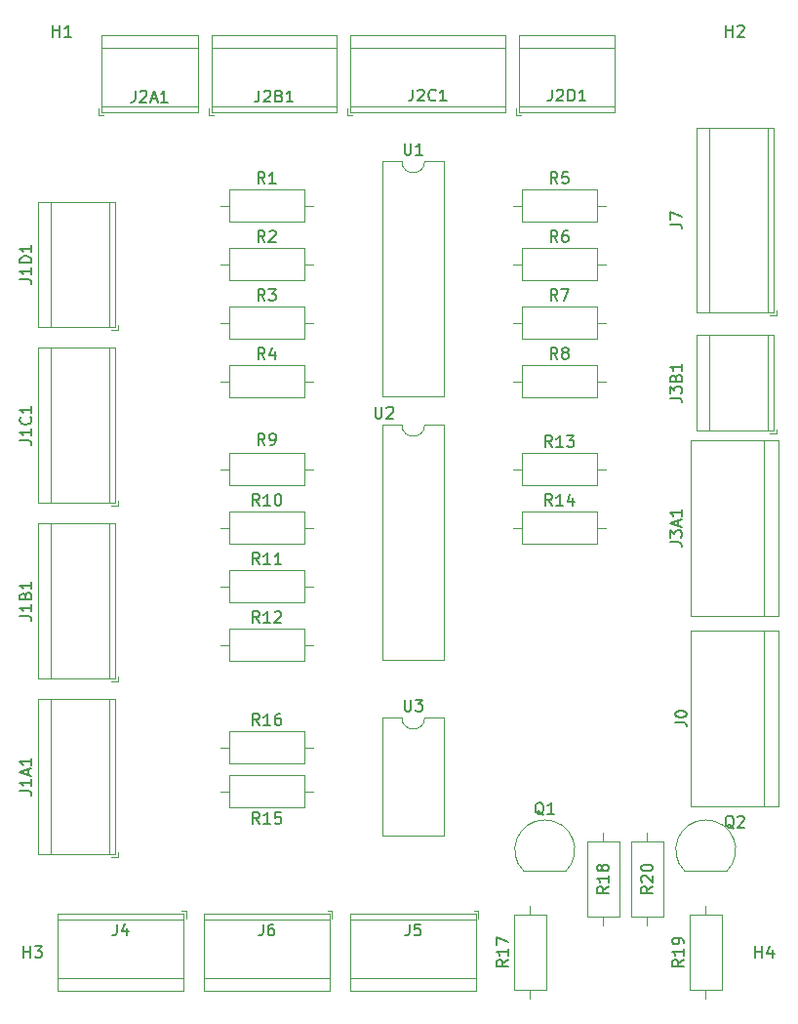
<source format=gbr>
%TF.GenerationSoftware,KiCad,Pcbnew,(6.0.2)*%
%TF.CreationDate,2022-02-22T00:14:35+01:00*%
%TF.ProjectId,fondo,666f6e64-6f2e-46b6-9963-61645f706362,rev?*%
%TF.SameCoordinates,Original*%
%TF.FileFunction,Legend,Top*%
%TF.FilePolarity,Positive*%
%FSLAX46Y46*%
G04 Gerber Fmt 4.6, Leading zero omitted, Abs format (unit mm)*
G04 Created by KiCad (PCBNEW (6.0.2)) date 2022-02-22 00:14:35*
%MOMM*%
%LPD*%
G01*
G04 APERTURE LIST*
%ADD10C,0.150000*%
%ADD11C,0.120000*%
G04 APERTURE END LIST*
D10*
%TO.C,J0*%
X168792380Y-110711694D02*
X169506666Y-110711694D01*
X169649523Y-110759313D01*
X169744761Y-110854551D01*
X169792380Y-110997408D01*
X169792380Y-111092646D01*
X168792380Y-110045027D02*
X168792380Y-109949789D01*
X168840000Y-109854551D01*
X168887619Y-109806932D01*
X168982857Y-109759313D01*
X169173333Y-109711694D01*
X169411428Y-109711694D01*
X169601904Y-109759313D01*
X169697142Y-109806932D01*
X169744761Y-109854551D01*
X169792380Y-109949789D01*
X169792380Y-110045027D01*
X169744761Y-110140265D01*
X169697142Y-110187884D01*
X169601904Y-110235503D01*
X169411428Y-110283122D01*
X169173333Y-110283122D01*
X168982857Y-110235503D01*
X168887619Y-110187884D01*
X168840000Y-110140265D01*
X168792380Y-110045027D01*
%TO.C,U3*%
X145298095Y-108750741D02*
X145298095Y-109560265D01*
X145345714Y-109655503D01*
X145393333Y-109703122D01*
X145488571Y-109750741D01*
X145679047Y-109750741D01*
X145774285Y-109703122D01*
X145821904Y-109655503D01*
X145869523Y-109560265D01*
X145869523Y-108750741D01*
X146250476Y-108750741D02*
X146869523Y-108750741D01*
X146536190Y-109131694D01*
X146679047Y-109131694D01*
X146774285Y-109179313D01*
X146821904Y-109226932D01*
X146869523Y-109322170D01*
X146869523Y-109560265D01*
X146821904Y-109655503D01*
X146774285Y-109703122D01*
X146679047Y-109750741D01*
X146393333Y-109750741D01*
X146298095Y-109703122D01*
X146250476Y-109655503D01*
%TO.C,H4*%
X175768095Y-131130741D02*
X175768095Y-130130741D01*
X175768095Y-130606932D02*
X176339523Y-130606932D01*
X176339523Y-131130741D02*
X176339523Y-130130741D01*
X177244285Y-130464075D02*
X177244285Y-131130741D01*
X177006190Y-130083122D02*
X176768095Y-130797408D01*
X177387142Y-130797408D01*
%TO.C,R3*%
X133183333Y-74140741D02*
X132850000Y-73664551D01*
X132611904Y-74140741D02*
X132611904Y-73140741D01*
X132992857Y-73140741D01*
X133088095Y-73188361D01*
X133135714Y-73235980D01*
X133183333Y-73331218D01*
X133183333Y-73474075D01*
X133135714Y-73569313D01*
X133088095Y-73616932D01*
X132992857Y-73664551D01*
X132611904Y-73664551D01*
X133516666Y-73140741D02*
X134135714Y-73140741D01*
X133802380Y-73521694D01*
X133945238Y-73521694D01*
X134040476Y-73569313D01*
X134088095Y-73616932D01*
X134135714Y-73712170D01*
X134135714Y-73950265D01*
X134088095Y-74045503D01*
X134040476Y-74093122D01*
X133945238Y-74140741D01*
X133659523Y-74140741D01*
X133564285Y-74093122D01*
X133516666Y-74045503D01*
%TO.C,J6*%
X133021166Y-128215741D02*
X133021166Y-128930027D01*
X132973547Y-129072884D01*
X132878309Y-129168122D01*
X132735452Y-129215741D01*
X132640214Y-129215741D01*
X133925928Y-128215741D02*
X133735452Y-128215741D01*
X133640214Y-128263361D01*
X133592595Y-128310980D01*
X133497357Y-128453837D01*
X133449738Y-128644313D01*
X133449738Y-129025265D01*
X133497357Y-129120503D01*
X133544976Y-129168122D01*
X133640214Y-129215741D01*
X133830690Y-129215741D01*
X133925928Y-129168122D01*
X133973547Y-129120503D01*
X134021166Y-129025265D01*
X134021166Y-128787170D01*
X133973547Y-128691932D01*
X133925928Y-128644313D01*
X133830690Y-128596694D01*
X133640214Y-128596694D01*
X133544976Y-128644313D01*
X133497357Y-128691932D01*
X133449738Y-128787170D01*
%TO.C,Q1*%
X157384761Y-118765980D02*
X157289523Y-118718361D01*
X157194285Y-118623122D01*
X157051428Y-118480265D01*
X156956190Y-118432646D01*
X156860952Y-118432646D01*
X156908571Y-118670741D02*
X156813333Y-118623122D01*
X156718095Y-118527884D01*
X156670476Y-118337408D01*
X156670476Y-118004075D01*
X156718095Y-117813599D01*
X156813333Y-117718361D01*
X156908571Y-117670741D01*
X157099047Y-117670741D01*
X157194285Y-117718361D01*
X157289523Y-117813599D01*
X157337142Y-118004075D01*
X157337142Y-118337408D01*
X157289523Y-118527884D01*
X157194285Y-118623122D01*
X157099047Y-118670741D01*
X156908571Y-118670741D01*
X158289523Y-118670741D02*
X157718095Y-118670741D01*
X158003809Y-118670741D02*
X158003809Y-117670741D01*
X157908571Y-117813599D01*
X157813333Y-117908837D01*
X157718095Y-117956456D01*
%TO.C,H2*%
X173228095Y-51252380D02*
X173228095Y-50252380D01*
X173228095Y-50728571D02*
X173799523Y-50728571D01*
X173799523Y-51252380D02*
X173799523Y-50252380D01*
X174228095Y-50347619D02*
X174275714Y-50300000D01*
X174370952Y-50252380D01*
X174609047Y-50252380D01*
X174704285Y-50300000D01*
X174751904Y-50347619D01*
X174799523Y-50442857D01*
X174799523Y-50538095D01*
X174751904Y-50680952D01*
X174180476Y-51252380D01*
X174799523Y-51252380D01*
%TO.C,R9*%
X133183333Y-86670741D02*
X132850000Y-86194551D01*
X132611904Y-86670741D02*
X132611904Y-85670741D01*
X132992857Y-85670741D01*
X133088095Y-85718361D01*
X133135714Y-85765980D01*
X133183333Y-85861218D01*
X133183333Y-86004075D01*
X133135714Y-86099313D01*
X133088095Y-86146932D01*
X132992857Y-86194551D01*
X132611904Y-86194551D01*
X133659523Y-86670741D02*
X133850000Y-86670741D01*
X133945238Y-86623122D01*
X133992857Y-86575503D01*
X134088095Y-86432646D01*
X134135714Y-86242170D01*
X134135714Y-85861218D01*
X134088095Y-85765980D01*
X134040476Y-85718361D01*
X133945238Y-85670741D01*
X133754761Y-85670741D01*
X133659523Y-85718361D01*
X133611904Y-85765980D01*
X133564285Y-85861218D01*
X133564285Y-86099313D01*
X133611904Y-86194551D01*
X133659523Y-86242170D01*
X133754761Y-86289789D01*
X133945238Y-86289789D01*
X134040476Y-86242170D01*
X134088095Y-86194551D01*
X134135714Y-86099313D01*
%TO.C,R11*%
X132707142Y-97000741D02*
X132373809Y-96524551D01*
X132135714Y-97000741D02*
X132135714Y-96000741D01*
X132516666Y-96000741D01*
X132611904Y-96048361D01*
X132659523Y-96095980D01*
X132707142Y-96191218D01*
X132707142Y-96334075D01*
X132659523Y-96429313D01*
X132611904Y-96476932D01*
X132516666Y-96524551D01*
X132135714Y-96524551D01*
X133659523Y-97000741D02*
X133088095Y-97000741D01*
X133373809Y-97000741D02*
X133373809Y-96000741D01*
X133278571Y-96143599D01*
X133183333Y-96238837D01*
X133088095Y-96286456D01*
X134611904Y-97000741D02*
X134040476Y-97000741D01*
X134326190Y-97000741D02*
X134326190Y-96000741D01*
X134230952Y-96143599D01*
X134135714Y-96238837D01*
X134040476Y-96286456D01*
%TO.C,Q2*%
X173894761Y-119927619D02*
X173799523Y-119880000D01*
X173704285Y-119784761D01*
X173561428Y-119641904D01*
X173466190Y-119594285D01*
X173370952Y-119594285D01*
X173418571Y-119832380D02*
X173323333Y-119784761D01*
X173228095Y-119689523D01*
X173180476Y-119499047D01*
X173180476Y-119165714D01*
X173228095Y-118975238D01*
X173323333Y-118880000D01*
X173418571Y-118832380D01*
X173609047Y-118832380D01*
X173704285Y-118880000D01*
X173799523Y-118975238D01*
X173847142Y-119165714D01*
X173847142Y-119499047D01*
X173799523Y-119689523D01*
X173704285Y-119784761D01*
X173609047Y-119832380D01*
X173418571Y-119832380D01*
X174228095Y-118927619D02*
X174275714Y-118880000D01*
X174370952Y-118832380D01*
X174609047Y-118832380D01*
X174704285Y-118880000D01*
X174751904Y-118927619D01*
X174799523Y-119022857D01*
X174799523Y-119118095D01*
X174751904Y-119260952D01*
X174180476Y-119832380D01*
X174799523Y-119832380D01*
%TO.C,J5*%
X145716166Y-128215741D02*
X145716166Y-128930027D01*
X145668547Y-129072884D01*
X145573309Y-129168122D01*
X145430452Y-129215741D01*
X145335214Y-129215741D01*
X146668547Y-128215741D02*
X146192357Y-128215741D01*
X146144738Y-128691932D01*
X146192357Y-128644313D01*
X146287595Y-128596694D01*
X146525690Y-128596694D01*
X146620928Y-128644313D01*
X146668547Y-128691932D01*
X146716166Y-128787170D01*
X146716166Y-129025265D01*
X146668547Y-129120503D01*
X146620928Y-129168122D01*
X146525690Y-129215741D01*
X146287595Y-129215741D01*
X146192357Y-129168122D01*
X146144738Y-129120503D01*
%TO.C,R4*%
X133183333Y-79220741D02*
X132850000Y-78744551D01*
X132611904Y-79220741D02*
X132611904Y-78220741D01*
X132992857Y-78220741D01*
X133088095Y-78268361D01*
X133135714Y-78315980D01*
X133183333Y-78411218D01*
X133183333Y-78554075D01*
X133135714Y-78649313D01*
X133088095Y-78696932D01*
X132992857Y-78744551D01*
X132611904Y-78744551D01*
X134040476Y-78554075D02*
X134040476Y-79220741D01*
X133802380Y-78173122D02*
X133564285Y-78887408D01*
X134183333Y-78887408D01*
%TO.C,R15*%
X132707142Y-119520741D02*
X132373809Y-119044551D01*
X132135714Y-119520741D02*
X132135714Y-118520741D01*
X132516666Y-118520741D01*
X132611904Y-118568361D01*
X132659523Y-118615980D01*
X132707142Y-118711218D01*
X132707142Y-118854075D01*
X132659523Y-118949313D01*
X132611904Y-118996932D01*
X132516666Y-119044551D01*
X132135714Y-119044551D01*
X133659523Y-119520741D02*
X133088095Y-119520741D01*
X133373809Y-119520741D02*
X133373809Y-118520741D01*
X133278571Y-118663599D01*
X133183333Y-118758837D01*
X133088095Y-118806456D01*
X134564285Y-118520741D02*
X134088095Y-118520741D01*
X134040476Y-118996932D01*
X134088095Y-118949313D01*
X134183333Y-118901694D01*
X134421428Y-118901694D01*
X134516666Y-118949313D01*
X134564285Y-118996932D01*
X134611904Y-119092170D01*
X134611904Y-119330265D01*
X134564285Y-119425503D01*
X134516666Y-119473122D01*
X134421428Y-119520741D01*
X134183333Y-119520741D01*
X134088095Y-119473122D01*
X134040476Y-119425503D01*
%TO.C,R1*%
X133183333Y-63980741D02*
X132850000Y-63504551D01*
X132611904Y-63980741D02*
X132611904Y-62980741D01*
X132992857Y-62980741D01*
X133088095Y-63028361D01*
X133135714Y-63075980D01*
X133183333Y-63171218D01*
X133183333Y-63314075D01*
X133135714Y-63409313D01*
X133088095Y-63456932D01*
X132992857Y-63504551D01*
X132611904Y-63504551D01*
X134135714Y-63980741D02*
X133564285Y-63980741D01*
X133850000Y-63980741D02*
X133850000Y-62980741D01*
X133754761Y-63123599D01*
X133659523Y-63218837D01*
X133564285Y-63266456D01*
%TO.C,J2B1*%
X132670976Y-55911808D02*
X132670976Y-56626094D01*
X132623357Y-56768951D01*
X132528119Y-56864189D01*
X132385261Y-56911808D01*
X132290023Y-56911808D01*
X133099547Y-56007047D02*
X133147166Y-55959428D01*
X133242404Y-55911808D01*
X133480500Y-55911808D01*
X133575738Y-55959428D01*
X133623357Y-56007047D01*
X133670976Y-56102285D01*
X133670976Y-56197523D01*
X133623357Y-56340380D01*
X133051928Y-56911808D01*
X133670976Y-56911808D01*
X134432880Y-56387999D02*
X134575738Y-56435618D01*
X134623357Y-56483237D01*
X134670976Y-56578475D01*
X134670976Y-56721332D01*
X134623357Y-56816570D01*
X134575738Y-56864189D01*
X134480500Y-56911808D01*
X134099547Y-56911808D01*
X134099547Y-55911808D01*
X134432880Y-55911808D01*
X134528119Y-55959428D01*
X134575738Y-56007047D01*
X134623357Y-56102285D01*
X134623357Y-56197523D01*
X134575738Y-56292761D01*
X134528119Y-56340380D01*
X134432880Y-56387999D01*
X134099547Y-56387999D01*
X135623357Y-56911808D02*
X135051928Y-56911808D01*
X135337642Y-56911808D02*
X135337642Y-55911808D01*
X135242404Y-56054666D01*
X135147166Y-56149904D01*
X135051928Y-56197523D01*
%TO.C,R2*%
X133183333Y-69060741D02*
X132850000Y-68584551D01*
X132611904Y-69060741D02*
X132611904Y-68060741D01*
X132992857Y-68060741D01*
X133088095Y-68108361D01*
X133135714Y-68155980D01*
X133183333Y-68251218D01*
X133183333Y-68394075D01*
X133135714Y-68489313D01*
X133088095Y-68536932D01*
X132992857Y-68584551D01*
X132611904Y-68584551D01*
X133564285Y-68155980D02*
X133611904Y-68108361D01*
X133707142Y-68060741D01*
X133945238Y-68060741D01*
X134040476Y-68108361D01*
X134088095Y-68155980D01*
X134135714Y-68251218D01*
X134135714Y-68346456D01*
X134088095Y-68489313D01*
X133516666Y-69060741D01*
X134135714Y-69060741D01*
%TO.C,R13*%
X158107142Y-86840741D02*
X157773809Y-86364551D01*
X157535714Y-86840741D02*
X157535714Y-85840741D01*
X157916666Y-85840741D01*
X158011904Y-85888361D01*
X158059523Y-85935980D01*
X158107142Y-86031218D01*
X158107142Y-86174075D01*
X158059523Y-86269313D01*
X158011904Y-86316932D01*
X157916666Y-86364551D01*
X157535714Y-86364551D01*
X159059523Y-86840741D02*
X158488095Y-86840741D01*
X158773809Y-86840741D02*
X158773809Y-85840741D01*
X158678571Y-85983599D01*
X158583333Y-86078837D01*
X158488095Y-86126456D01*
X159392857Y-85840741D02*
X160011904Y-85840741D01*
X159678571Y-86221694D01*
X159821428Y-86221694D01*
X159916666Y-86269313D01*
X159964285Y-86316932D01*
X160011904Y-86412170D01*
X160011904Y-86650265D01*
X159964285Y-86745503D01*
X159916666Y-86793122D01*
X159821428Y-86840741D01*
X159535714Y-86840741D01*
X159440476Y-86793122D01*
X159392857Y-86745503D01*
%TO.C,J3B1*%
X168362380Y-82589523D02*
X169076666Y-82589523D01*
X169219523Y-82637142D01*
X169314761Y-82732380D01*
X169362380Y-82875238D01*
X169362380Y-82970476D01*
X168362380Y-82208571D02*
X168362380Y-81589523D01*
X168743333Y-81922857D01*
X168743333Y-81780000D01*
X168790952Y-81684761D01*
X168838571Y-81637142D01*
X168933809Y-81589523D01*
X169171904Y-81589523D01*
X169267142Y-81637142D01*
X169314761Y-81684761D01*
X169362380Y-81780000D01*
X169362380Y-82065714D01*
X169314761Y-82160952D01*
X169267142Y-82208571D01*
X168838571Y-80827619D02*
X168886190Y-80684761D01*
X168933809Y-80637142D01*
X169029047Y-80589523D01*
X169171904Y-80589523D01*
X169267142Y-80637142D01*
X169314761Y-80684761D01*
X169362380Y-80780000D01*
X169362380Y-81160952D01*
X168362380Y-81160952D01*
X168362380Y-80827619D01*
X168410000Y-80732380D01*
X168457619Y-80684761D01*
X168552857Y-80637142D01*
X168648095Y-80637142D01*
X168743333Y-80684761D01*
X168790952Y-80732380D01*
X168838571Y-80827619D01*
X168838571Y-81160952D01*
X169362380Y-79637142D02*
X169362380Y-80208571D01*
X169362380Y-79922857D02*
X168362380Y-79922857D01*
X168505238Y-80018095D01*
X168600476Y-80113333D01*
X168648095Y-80208571D01*
%TO.C,J4*%
X120326166Y-128215741D02*
X120326166Y-128930027D01*
X120278547Y-129072884D01*
X120183309Y-129168122D01*
X120040452Y-129215741D01*
X119945214Y-129215741D01*
X121230928Y-128549075D02*
X121230928Y-129215741D01*
X120992833Y-128168122D02*
X120754738Y-128882408D01*
X121373785Y-128882408D01*
%TO.C,J1C1*%
X111922380Y-86257884D02*
X112636666Y-86257884D01*
X112779523Y-86305503D01*
X112874761Y-86400741D01*
X112922380Y-86543599D01*
X112922380Y-86638837D01*
X112922380Y-85257884D02*
X112922380Y-85829313D01*
X112922380Y-85543599D02*
X111922380Y-85543599D01*
X112065238Y-85638837D01*
X112160476Y-85734075D01*
X112208095Y-85829313D01*
X112827142Y-84257884D02*
X112874761Y-84305503D01*
X112922380Y-84448361D01*
X112922380Y-84543599D01*
X112874761Y-84686456D01*
X112779523Y-84781694D01*
X112684285Y-84829313D01*
X112493809Y-84876932D01*
X112350952Y-84876932D01*
X112160476Y-84829313D01*
X112065238Y-84781694D01*
X111970000Y-84686456D01*
X111922380Y-84543599D01*
X111922380Y-84448361D01*
X111970000Y-84305503D01*
X112017619Y-84257884D01*
X112922380Y-83305503D02*
X112922380Y-83876932D01*
X112922380Y-83591218D02*
X111922380Y-83591218D01*
X112065238Y-83686456D01*
X112160476Y-83781694D01*
X112208095Y-83876932D01*
%TO.C,R17*%
X154292380Y-131311218D02*
X153816190Y-131644551D01*
X154292380Y-131882646D02*
X153292380Y-131882646D01*
X153292380Y-131501694D01*
X153340000Y-131406456D01*
X153387619Y-131358837D01*
X153482857Y-131311218D01*
X153625714Y-131311218D01*
X153720952Y-131358837D01*
X153768571Y-131406456D01*
X153816190Y-131501694D01*
X153816190Y-131882646D01*
X154292380Y-130358837D02*
X154292380Y-130930265D01*
X154292380Y-130644551D02*
X153292380Y-130644551D01*
X153435238Y-130739789D01*
X153530476Y-130835027D01*
X153578095Y-130930265D01*
X153292380Y-130025503D02*
X153292380Y-129358837D01*
X154292380Y-129787408D01*
%TO.C,H1*%
X114808095Y-51252380D02*
X114808095Y-50252380D01*
X114808095Y-50728571D02*
X115379523Y-50728571D01*
X115379523Y-51252380D02*
X115379523Y-50252380D01*
X116379523Y-51252380D02*
X115808095Y-51252380D01*
X116093809Y-51252380D02*
X116093809Y-50252380D01*
X115998571Y-50395238D01*
X115903333Y-50490476D01*
X115808095Y-50538095D01*
%TO.C,U2*%
X142758095Y-83355741D02*
X142758095Y-84165265D01*
X142805714Y-84260503D01*
X142853333Y-84308122D01*
X142948571Y-84355741D01*
X143139047Y-84355741D01*
X143234285Y-84308122D01*
X143281904Y-84260503D01*
X143329523Y-84165265D01*
X143329523Y-83355741D01*
X143758095Y-83450980D02*
X143805714Y-83403361D01*
X143900952Y-83355741D01*
X144139047Y-83355741D01*
X144234285Y-83403361D01*
X144281904Y-83450980D01*
X144329523Y-83546218D01*
X144329523Y-83641456D01*
X144281904Y-83784313D01*
X143710476Y-84355741D01*
X144329523Y-84355741D01*
%TO.C,R12*%
X132707142Y-102080741D02*
X132373809Y-101604551D01*
X132135714Y-102080741D02*
X132135714Y-101080741D01*
X132516666Y-101080741D01*
X132611904Y-101128361D01*
X132659523Y-101175980D01*
X132707142Y-101271218D01*
X132707142Y-101414075D01*
X132659523Y-101509313D01*
X132611904Y-101556932D01*
X132516666Y-101604551D01*
X132135714Y-101604551D01*
X133659523Y-102080741D02*
X133088095Y-102080741D01*
X133373809Y-102080741D02*
X133373809Y-101080741D01*
X133278571Y-101223599D01*
X133183333Y-101318837D01*
X133088095Y-101366456D01*
X134040476Y-101175980D02*
X134088095Y-101128361D01*
X134183333Y-101080741D01*
X134421428Y-101080741D01*
X134516666Y-101128361D01*
X134564285Y-101175980D01*
X134611904Y-101271218D01*
X134611904Y-101366456D01*
X134564285Y-101509313D01*
X133992857Y-102080741D01*
X134611904Y-102080741D01*
%TO.C,R20*%
X166822380Y-124961218D02*
X166346190Y-125294551D01*
X166822380Y-125532646D02*
X165822380Y-125532646D01*
X165822380Y-125151694D01*
X165870000Y-125056456D01*
X165917619Y-125008837D01*
X166012857Y-124961218D01*
X166155714Y-124961218D01*
X166250952Y-125008837D01*
X166298571Y-125056456D01*
X166346190Y-125151694D01*
X166346190Y-125532646D01*
X165917619Y-124580265D02*
X165870000Y-124532646D01*
X165822380Y-124437408D01*
X165822380Y-124199313D01*
X165870000Y-124104075D01*
X165917619Y-124056456D01*
X166012857Y-124008837D01*
X166108095Y-124008837D01*
X166250952Y-124056456D01*
X166822380Y-124627884D01*
X166822380Y-124008837D01*
X165822380Y-123389789D02*
X165822380Y-123294551D01*
X165870000Y-123199313D01*
X165917619Y-123151694D01*
X166012857Y-123104075D01*
X166203333Y-123056456D01*
X166441428Y-123056456D01*
X166631904Y-123104075D01*
X166727142Y-123151694D01*
X166774761Y-123199313D01*
X166822380Y-123294551D01*
X166822380Y-123389789D01*
X166774761Y-123485027D01*
X166727142Y-123532646D01*
X166631904Y-123580265D01*
X166441428Y-123627884D01*
X166203333Y-123627884D01*
X166012857Y-123580265D01*
X165917619Y-123532646D01*
X165870000Y-123485027D01*
X165822380Y-123389789D01*
%TO.C,R10*%
X132707142Y-91920741D02*
X132373809Y-91444551D01*
X132135714Y-91920741D02*
X132135714Y-90920741D01*
X132516666Y-90920741D01*
X132611904Y-90968361D01*
X132659523Y-91015980D01*
X132707142Y-91111218D01*
X132707142Y-91254075D01*
X132659523Y-91349313D01*
X132611904Y-91396932D01*
X132516666Y-91444551D01*
X132135714Y-91444551D01*
X133659523Y-91920741D02*
X133088095Y-91920741D01*
X133373809Y-91920741D02*
X133373809Y-90920741D01*
X133278571Y-91063599D01*
X133183333Y-91158837D01*
X133088095Y-91206456D01*
X134278571Y-90920741D02*
X134373809Y-90920741D01*
X134469047Y-90968361D01*
X134516666Y-91015980D01*
X134564285Y-91111218D01*
X134611904Y-91301694D01*
X134611904Y-91539789D01*
X134564285Y-91730265D01*
X134516666Y-91825503D01*
X134469047Y-91873122D01*
X134373809Y-91920741D01*
X134278571Y-91920741D01*
X134183333Y-91873122D01*
X134135714Y-91825503D01*
X134088095Y-91730265D01*
X134040476Y-91539789D01*
X134040476Y-91301694D01*
X134088095Y-91111218D01*
X134135714Y-91015980D01*
X134183333Y-90968361D01*
X134278571Y-90920741D01*
%TO.C,J7*%
X168362380Y-67501694D02*
X169076666Y-67501694D01*
X169219523Y-67549313D01*
X169314761Y-67644551D01*
X169362380Y-67787408D01*
X169362380Y-67882646D01*
X168362380Y-67120741D02*
X168362380Y-66454075D01*
X169362380Y-66882646D01*
%TO.C,R6*%
X158583333Y-69060741D02*
X158250000Y-68584551D01*
X158011904Y-69060741D02*
X158011904Y-68060741D01*
X158392857Y-68060741D01*
X158488095Y-68108361D01*
X158535714Y-68155980D01*
X158583333Y-68251218D01*
X158583333Y-68394075D01*
X158535714Y-68489313D01*
X158488095Y-68536932D01*
X158392857Y-68584551D01*
X158011904Y-68584551D01*
X159440476Y-68060741D02*
X159250000Y-68060741D01*
X159154761Y-68108361D01*
X159107142Y-68155980D01*
X159011904Y-68298837D01*
X158964285Y-68489313D01*
X158964285Y-68870265D01*
X159011904Y-68965503D01*
X159059523Y-69013122D01*
X159154761Y-69060741D01*
X159345238Y-69060741D01*
X159440476Y-69013122D01*
X159488095Y-68965503D01*
X159535714Y-68870265D01*
X159535714Y-68632170D01*
X159488095Y-68536932D01*
X159440476Y-68489313D01*
X159345238Y-68441694D01*
X159154761Y-68441694D01*
X159059523Y-68489313D01*
X159011904Y-68536932D01*
X158964285Y-68632170D01*
%TO.C,J2A1*%
X121935864Y-55917721D02*
X121935864Y-56632007D01*
X121888245Y-56774864D01*
X121793007Y-56870102D01*
X121650150Y-56917721D01*
X121554912Y-56917721D01*
X122364436Y-56012960D02*
X122412055Y-55965341D01*
X122507293Y-55917721D01*
X122745388Y-55917721D01*
X122840626Y-55965341D01*
X122888245Y-56012960D01*
X122935864Y-56108198D01*
X122935864Y-56203436D01*
X122888245Y-56346293D01*
X122316817Y-56917721D01*
X122935864Y-56917721D01*
X123316817Y-56632007D02*
X123793007Y-56632007D01*
X123221579Y-56917721D02*
X123554912Y-55917721D01*
X123888245Y-56917721D01*
X124745388Y-56917721D02*
X124173960Y-56917721D01*
X124459674Y-56917721D02*
X124459674Y-55917721D01*
X124364436Y-56060579D01*
X124269198Y-56155817D01*
X124173960Y-56203436D01*
%TO.C,R14*%
X158107142Y-91920741D02*
X157773809Y-91444551D01*
X157535714Y-91920741D02*
X157535714Y-90920741D01*
X157916666Y-90920741D01*
X158011904Y-90968361D01*
X158059523Y-91015980D01*
X158107142Y-91111218D01*
X158107142Y-91254075D01*
X158059523Y-91349313D01*
X158011904Y-91396932D01*
X157916666Y-91444551D01*
X157535714Y-91444551D01*
X159059523Y-91920741D02*
X158488095Y-91920741D01*
X158773809Y-91920741D02*
X158773809Y-90920741D01*
X158678571Y-91063599D01*
X158583333Y-91158837D01*
X158488095Y-91206456D01*
X159916666Y-91254075D02*
X159916666Y-91920741D01*
X159678571Y-90873122D02*
X159440476Y-91587408D01*
X160059523Y-91587408D01*
%TO.C,J2D1*%
X158075476Y-55825741D02*
X158075476Y-56540027D01*
X158027857Y-56682884D01*
X157932619Y-56778122D01*
X157789761Y-56825741D01*
X157694523Y-56825741D01*
X158504047Y-55920980D02*
X158551666Y-55873361D01*
X158646904Y-55825741D01*
X158885000Y-55825741D01*
X158980238Y-55873361D01*
X159027857Y-55920980D01*
X159075476Y-56016218D01*
X159075476Y-56111456D01*
X159027857Y-56254313D01*
X158456428Y-56825741D01*
X159075476Y-56825741D01*
X159504047Y-56825741D02*
X159504047Y-55825741D01*
X159742142Y-55825741D01*
X159885000Y-55873361D01*
X159980238Y-55968599D01*
X160027857Y-56063837D01*
X160075476Y-56254313D01*
X160075476Y-56397170D01*
X160027857Y-56587646D01*
X159980238Y-56682884D01*
X159885000Y-56778122D01*
X159742142Y-56825741D01*
X159504047Y-56825741D01*
X161027857Y-56825741D02*
X160456428Y-56825741D01*
X160742142Y-56825741D02*
X160742142Y-55825741D01*
X160646904Y-55968599D01*
X160551666Y-56063837D01*
X160456428Y-56111456D01*
%TO.C,J1D1*%
X111922380Y-72292884D02*
X112636666Y-72292884D01*
X112779523Y-72340503D01*
X112874761Y-72435741D01*
X112922380Y-72578599D01*
X112922380Y-72673837D01*
X112922380Y-71292884D02*
X112922380Y-71864313D01*
X112922380Y-71578599D02*
X111922380Y-71578599D01*
X112065238Y-71673837D01*
X112160476Y-71769075D01*
X112208095Y-71864313D01*
X112922380Y-70864313D02*
X111922380Y-70864313D01*
X111922380Y-70626218D01*
X111970000Y-70483361D01*
X112065238Y-70388122D01*
X112160476Y-70340503D01*
X112350952Y-70292884D01*
X112493809Y-70292884D01*
X112684285Y-70340503D01*
X112779523Y-70388122D01*
X112874761Y-70483361D01*
X112922380Y-70626218D01*
X112922380Y-70864313D01*
X112922380Y-69340503D02*
X112922380Y-69911932D01*
X112922380Y-69626218D02*
X111922380Y-69626218D01*
X112065238Y-69721456D01*
X112160476Y-69816694D01*
X112208095Y-69911932D01*
%TO.C,J2C1*%
X146010476Y-55825741D02*
X146010476Y-56540027D01*
X145962857Y-56682884D01*
X145867619Y-56778122D01*
X145724761Y-56825741D01*
X145629523Y-56825741D01*
X146439047Y-55920980D02*
X146486666Y-55873361D01*
X146581904Y-55825741D01*
X146820000Y-55825741D01*
X146915238Y-55873361D01*
X146962857Y-55920980D01*
X147010476Y-56016218D01*
X147010476Y-56111456D01*
X146962857Y-56254313D01*
X146391428Y-56825741D01*
X147010476Y-56825741D01*
X148010476Y-56730503D02*
X147962857Y-56778122D01*
X147820000Y-56825741D01*
X147724761Y-56825741D01*
X147581904Y-56778122D01*
X147486666Y-56682884D01*
X147439047Y-56587646D01*
X147391428Y-56397170D01*
X147391428Y-56254313D01*
X147439047Y-56063837D01*
X147486666Y-55968599D01*
X147581904Y-55873361D01*
X147724761Y-55825741D01*
X147820000Y-55825741D01*
X147962857Y-55873361D01*
X148010476Y-55920980D01*
X148962857Y-56825741D02*
X148391428Y-56825741D01*
X148677142Y-56825741D02*
X148677142Y-55825741D01*
X148581904Y-55968599D01*
X148486666Y-56063837D01*
X148391428Y-56111456D01*
%TO.C,R19*%
X169532380Y-131311218D02*
X169056190Y-131644551D01*
X169532380Y-131882646D02*
X168532380Y-131882646D01*
X168532380Y-131501694D01*
X168580000Y-131406456D01*
X168627619Y-131358837D01*
X168722857Y-131311218D01*
X168865714Y-131311218D01*
X168960952Y-131358837D01*
X169008571Y-131406456D01*
X169056190Y-131501694D01*
X169056190Y-131882646D01*
X169532380Y-130358837D02*
X169532380Y-130930265D01*
X169532380Y-130644551D02*
X168532380Y-130644551D01*
X168675238Y-130739789D01*
X168770476Y-130835027D01*
X168818095Y-130930265D01*
X169532380Y-129882646D02*
X169532380Y-129692170D01*
X169484761Y-129596932D01*
X169437142Y-129549313D01*
X169294285Y-129454075D01*
X169103809Y-129406456D01*
X168722857Y-129406456D01*
X168627619Y-129454075D01*
X168580000Y-129501694D01*
X168532380Y-129596932D01*
X168532380Y-129787408D01*
X168580000Y-129882646D01*
X168627619Y-129930265D01*
X168722857Y-129977884D01*
X168960952Y-129977884D01*
X169056190Y-129930265D01*
X169103809Y-129882646D01*
X169151428Y-129787408D01*
X169151428Y-129596932D01*
X169103809Y-129501694D01*
X169056190Y-129454075D01*
X168960952Y-129406456D01*
%TO.C,R18*%
X163012380Y-124961218D02*
X162536190Y-125294551D01*
X163012380Y-125532646D02*
X162012380Y-125532646D01*
X162012380Y-125151694D01*
X162060000Y-125056456D01*
X162107619Y-125008837D01*
X162202857Y-124961218D01*
X162345714Y-124961218D01*
X162440952Y-125008837D01*
X162488571Y-125056456D01*
X162536190Y-125151694D01*
X162536190Y-125532646D01*
X163012380Y-124008837D02*
X163012380Y-124580265D01*
X163012380Y-124294551D02*
X162012380Y-124294551D01*
X162155238Y-124389789D01*
X162250476Y-124485027D01*
X162298095Y-124580265D01*
X162440952Y-123437408D02*
X162393333Y-123532646D01*
X162345714Y-123580265D01*
X162250476Y-123627884D01*
X162202857Y-123627884D01*
X162107619Y-123580265D01*
X162060000Y-123532646D01*
X162012380Y-123437408D01*
X162012380Y-123246932D01*
X162060000Y-123151694D01*
X162107619Y-123104075D01*
X162202857Y-123056456D01*
X162250476Y-123056456D01*
X162345714Y-123104075D01*
X162393333Y-123151694D01*
X162440952Y-123246932D01*
X162440952Y-123437408D01*
X162488571Y-123532646D01*
X162536190Y-123580265D01*
X162631428Y-123627884D01*
X162821904Y-123627884D01*
X162917142Y-123580265D01*
X162964761Y-123532646D01*
X163012380Y-123437408D01*
X163012380Y-123246932D01*
X162964761Y-123151694D01*
X162917142Y-123104075D01*
X162821904Y-123056456D01*
X162631428Y-123056456D01*
X162536190Y-123104075D01*
X162488571Y-123151694D01*
X162440952Y-123246932D01*
%TO.C,U1*%
X145298095Y-60495741D02*
X145298095Y-61305265D01*
X145345714Y-61400503D01*
X145393333Y-61448122D01*
X145488571Y-61495741D01*
X145679047Y-61495741D01*
X145774285Y-61448122D01*
X145821904Y-61400503D01*
X145869523Y-61305265D01*
X145869523Y-60495741D01*
X146869523Y-61495741D02*
X146298095Y-61495741D01*
X146583809Y-61495741D02*
X146583809Y-60495741D01*
X146488571Y-60638599D01*
X146393333Y-60733837D01*
X146298095Y-60781456D01*
%TO.C,J3A1*%
X168362380Y-95076456D02*
X169076666Y-95076456D01*
X169219523Y-95124075D01*
X169314761Y-95219313D01*
X169362380Y-95362170D01*
X169362380Y-95457408D01*
X168362380Y-94695503D02*
X168362380Y-94076456D01*
X168743333Y-94409789D01*
X168743333Y-94266932D01*
X168790952Y-94171694D01*
X168838571Y-94124075D01*
X168933809Y-94076456D01*
X169171904Y-94076456D01*
X169267142Y-94124075D01*
X169314761Y-94171694D01*
X169362380Y-94266932D01*
X169362380Y-94552646D01*
X169314761Y-94647884D01*
X169267142Y-94695503D01*
X169076666Y-93695503D02*
X169076666Y-93219313D01*
X169362380Y-93790741D02*
X168362380Y-93457408D01*
X169362380Y-93124075D01*
X169362380Y-92266932D02*
X169362380Y-92838361D01*
X169362380Y-92552646D02*
X168362380Y-92552646D01*
X168505238Y-92647884D01*
X168600476Y-92743122D01*
X168648095Y-92838361D01*
%TO.C,J1B1*%
X111922380Y-101497884D02*
X112636666Y-101497884D01*
X112779523Y-101545503D01*
X112874761Y-101640741D01*
X112922380Y-101783599D01*
X112922380Y-101878837D01*
X112922380Y-100497884D02*
X112922380Y-101069313D01*
X112922380Y-100783599D02*
X111922380Y-100783599D01*
X112065238Y-100878837D01*
X112160476Y-100974075D01*
X112208095Y-101069313D01*
X112398571Y-99735980D02*
X112446190Y-99593122D01*
X112493809Y-99545503D01*
X112589047Y-99497884D01*
X112731904Y-99497884D01*
X112827142Y-99545503D01*
X112874761Y-99593122D01*
X112922380Y-99688361D01*
X112922380Y-100069313D01*
X111922380Y-100069313D01*
X111922380Y-99735980D01*
X111970000Y-99640741D01*
X112017619Y-99593122D01*
X112112857Y-99545503D01*
X112208095Y-99545503D01*
X112303333Y-99593122D01*
X112350952Y-99640741D01*
X112398571Y-99735980D01*
X112398571Y-100069313D01*
X112922380Y-98545503D02*
X112922380Y-99116932D01*
X112922380Y-98831218D02*
X111922380Y-98831218D01*
X112065238Y-98926456D01*
X112160476Y-99021694D01*
X112208095Y-99116932D01*
%TO.C,R16*%
X132707142Y-110970741D02*
X132373809Y-110494551D01*
X132135714Y-110970741D02*
X132135714Y-109970741D01*
X132516666Y-109970741D01*
X132611904Y-110018361D01*
X132659523Y-110065980D01*
X132707142Y-110161218D01*
X132707142Y-110304075D01*
X132659523Y-110399313D01*
X132611904Y-110446932D01*
X132516666Y-110494551D01*
X132135714Y-110494551D01*
X133659523Y-110970741D02*
X133088095Y-110970741D01*
X133373809Y-110970741D02*
X133373809Y-109970741D01*
X133278571Y-110113599D01*
X133183333Y-110208837D01*
X133088095Y-110256456D01*
X134516666Y-109970741D02*
X134326190Y-109970741D01*
X134230952Y-110018361D01*
X134183333Y-110065980D01*
X134088095Y-110208837D01*
X134040476Y-110399313D01*
X134040476Y-110780265D01*
X134088095Y-110875503D01*
X134135714Y-110923122D01*
X134230952Y-110970741D01*
X134421428Y-110970741D01*
X134516666Y-110923122D01*
X134564285Y-110875503D01*
X134611904Y-110780265D01*
X134611904Y-110542170D01*
X134564285Y-110446932D01*
X134516666Y-110399313D01*
X134421428Y-110351694D01*
X134230952Y-110351694D01*
X134135714Y-110399313D01*
X134088095Y-110446932D01*
X134040476Y-110542170D01*
%TO.C,R5*%
X158583333Y-63980741D02*
X158250000Y-63504551D01*
X158011904Y-63980741D02*
X158011904Y-62980741D01*
X158392857Y-62980741D01*
X158488095Y-63028361D01*
X158535714Y-63075980D01*
X158583333Y-63171218D01*
X158583333Y-63314075D01*
X158535714Y-63409313D01*
X158488095Y-63456932D01*
X158392857Y-63504551D01*
X158011904Y-63504551D01*
X159488095Y-62980741D02*
X159011904Y-62980741D01*
X158964285Y-63456932D01*
X159011904Y-63409313D01*
X159107142Y-63361694D01*
X159345238Y-63361694D01*
X159440476Y-63409313D01*
X159488095Y-63456932D01*
X159535714Y-63552170D01*
X159535714Y-63790265D01*
X159488095Y-63885503D01*
X159440476Y-63933122D01*
X159345238Y-63980741D01*
X159107142Y-63980741D01*
X159011904Y-63933122D01*
X158964285Y-63885503D01*
%TO.C,H3*%
X112268095Y-131130741D02*
X112268095Y-130130741D01*
X112268095Y-130606932D02*
X112839523Y-130606932D01*
X112839523Y-131130741D02*
X112839523Y-130130741D01*
X113220476Y-130130741D02*
X113839523Y-130130741D01*
X113506190Y-130511694D01*
X113649047Y-130511694D01*
X113744285Y-130559313D01*
X113791904Y-130606932D01*
X113839523Y-130702170D01*
X113839523Y-130940265D01*
X113791904Y-131035503D01*
X113744285Y-131083122D01*
X113649047Y-131130741D01*
X113363333Y-131130741D01*
X113268095Y-131083122D01*
X113220476Y-131035503D01*
%TO.C,R8*%
X158583333Y-79220741D02*
X158250000Y-78744551D01*
X158011904Y-79220741D02*
X158011904Y-78220741D01*
X158392857Y-78220741D01*
X158488095Y-78268361D01*
X158535714Y-78315980D01*
X158583333Y-78411218D01*
X158583333Y-78554075D01*
X158535714Y-78649313D01*
X158488095Y-78696932D01*
X158392857Y-78744551D01*
X158011904Y-78744551D01*
X159154761Y-78649313D02*
X159059523Y-78601694D01*
X159011904Y-78554075D01*
X158964285Y-78458837D01*
X158964285Y-78411218D01*
X159011904Y-78315980D01*
X159059523Y-78268361D01*
X159154761Y-78220741D01*
X159345238Y-78220741D01*
X159440476Y-78268361D01*
X159488095Y-78315980D01*
X159535714Y-78411218D01*
X159535714Y-78458837D01*
X159488095Y-78554075D01*
X159440476Y-78601694D01*
X159345238Y-78649313D01*
X159154761Y-78649313D01*
X159059523Y-78696932D01*
X159011904Y-78744551D01*
X158964285Y-78839789D01*
X158964285Y-79030265D01*
X159011904Y-79125503D01*
X159059523Y-79173122D01*
X159154761Y-79220741D01*
X159345238Y-79220741D01*
X159440476Y-79173122D01*
X159488095Y-79125503D01*
X159535714Y-79030265D01*
X159535714Y-78839789D01*
X159488095Y-78744551D01*
X159440476Y-78696932D01*
X159345238Y-78649313D01*
%TO.C,J1A1*%
X111922380Y-116666456D02*
X112636666Y-116666456D01*
X112779523Y-116714075D01*
X112874761Y-116809313D01*
X112922380Y-116952170D01*
X112922380Y-117047408D01*
X112922380Y-115666456D02*
X112922380Y-116237884D01*
X112922380Y-115952170D02*
X111922380Y-115952170D01*
X112065238Y-116047408D01*
X112160476Y-116142646D01*
X112208095Y-116237884D01*
X112636666Y-115285503D02*
X112636666Y-114809313D01*
X112922380Y-115380741D02*
X111922380Y-115047408D01*
X112922380Y-114714075D01*
X112922380Y-113856932D02*
X112922380Y-114428361D01*
X112922380Y-114142646D02*
X111922380Y-114142646D01*
X112065238Y-114237884D01*
X112160476Y-114333122D01*
X112208095Y-114428361D01*
%TO.C,R7*%
X158583333Y-74140741D02*
X158250000Y-73664551D01*
X158011904Y-74140741D02*
X158011904Y-73140741D01*
X158392857Y-73140741D01*
X158488095Y-73188361D01*
X158535714Y-73235980D01*
X158583333Y-73331218D01*
X158583333Y-73474075D01*
X158535714Y-73569313D01*
X158488095Y-73616932D01*
X158392857Y-73664551D01*
X158011904Y-73664551D01*
X158916666Y-73140741D02*
X159583333Y-73140741D01*
X159154761Y-74140741D01*
D11*
%TO.C,J0*%
X177800000Y-117968361D02*
X170180000Y-117968361D01*
X170180000Y-117968361D02*
X170180000Y-102728361D01*
X176530000Y-117968361D02*
X176530000Y-102728361D01*
X177800000Y-102728361D02*
X170180000Y-102728361D01*
X177800000Y-117968361D02*
X177800000Y-102728361D01*
%TO.C,U3*%
X143410000Y-120578361D02*
X148710000Y-120578361D01*
X148710000Y-120578361D02*
X148710000Y-110298361D01*
X148710000Y-110298361D02*
X147060000Y-110298361D01*
X145060000Y-110298361D02*
X143410000Y-110298361D01*
X143410000Y-110298361D02*
X143410000Y-120578361D01*
X145060000Y-110298361D02*
G75*
G03*
X147060000Y-110298361I1000000J0D01*
G01*
%TO.C,R3*%
X130080000Y-74688361D02*
X130080000Y-77428361D01*
X130080000Y-77428361D02*
X136620000Y-77428361D01*
X136620000Y-74688361D02*
X130080000Y-74688361D01*
X136620000Y-77428361D02*
X136620000Y-74688361D01*
X137390000Y-76058361D02*
X136620000Y-76058361D01*
X129310000Y-76058361D02*
X130080000Y-76058361D01*
%TO.C,J6*%
X138785000Y-127818361D02*
X127924000Y-127818361D01*
X138785000Y-134038361D02*
X138785000Y-127298361D01*
X139025000Y-127058361D02*
X138625000Y-127058361D01*
X138785000Y-127298361D02*
X127924000Y-127298361D01*
X127924000Y-134038361D02*
X127924000Y-127298361D01*
X138785000Y-134038361D02*
X127924000Y-134038361D01*
X139025000Y-127698361D02*
X139025000Y-127058361D01*
X138785000Y-132918361D02*
X127924000Y-132918361D01*
%TO.C,Q1*%
X155680000Y-123628361D02*
X159280000Y-123628361D01*
X157480000Y-119178360D02*
G75*
G03*
X155641522Y-123616839I0J-2600001D01*
G01*
X159318478Y-123616839D02*
G75*
G03*
X157480000Y-119178361I-1838478J1838478D01*
G01*
%TO.C,R9*%
X129310000Y-88758361D02*
X130080000Y-88758361D01*
X130080000Y-90128361D02*
X136620000Y-90128361D01*
X137390000Y-88758361D02*
X136620000Y-88758361D01*
X136620000Y-90128361D02*
X136620000Y-87388361D01*
X130080000Y-87388361D02*
X130080000Y-90128361D01*
X136620000Y-87388361D02*
X130080000Y-87388361D01*
%TO.C,R11*%
X129310000Y-98918361D02*
X130080000Y-98918361D01*
X137390000Y-98918361D02*
X136620000Y-98918361D01*
X136620000Y-97548361D02*
X130080000Y-97548361D01*
X130080000Y-100288361D02*
X136620000Y-100288361D01*
X136620000Y-100288361D02*
X136620000Y-97548361D01*
X130080000Y-97548361D02*
X130080000Y-100288361D01*
%TO.C,Q2*%
X169650000Y-123628361D02*
X173250000Y-123628361D01*
X173288478Y-123616839D02*
G75*
G03*
X171450000Y-119178361I-1838478J1838478D01*
G01*
X171450000Y-119178360D02*
G75*
G03*
X169611522Y-123616839I0J-2600001D01*
G01*
%TO.C,J5*%
X151720000Y-127698361D02*
X151720000Y-127058361D01*
X140619000Y-134038361D02*
X140619000Y-127298361D01*
X151480000Y-127298361D02*
X140619000Y-127298361D01*
X151480000Y-132918361D02*
X140619000Y-132918361D01*
X151480000Y-127818361D02*
X140619000Y-127818361D01*
X151480000Y-134038361D02*
X151480000Y-127298361D01*
X151480000Y-134038361D02*
X140619000Y-134038361D01*
X151720000Y-127058361D02*
X151320000Y-127058361D01*
%TO.C,R4*%
X129310000Y-81138361D02*
X130080000Y-81138361D01*
X130080000Y-82508361D02*
X136620000Y-82508361D01*
X130080000Y-79768361D02*
X130080000Y-82508361D01*
X136620000Y-79768361D02*
X130080000Y-79768361D01*
X136620000Y-82508361D02*
X136620000Y-79768361D01*
X137390000Y-81138361D02*
X136620000Y-81138361D01*
%TO.C,R15*%
X130080000Y-115328361D02*
X130080000Y-118068361D01*
X129310000Y-116698361D02*
X130080000Y-116698361D01*
X137390000Y-116698361D02*
X136620000Y-116698361D01*
X136620000Y-118068361D02*
X136620000Y-115328361D01*
X136620000Y-115328361D02*
X130080000Y-115328361D01*
X130080000Y-118068361D02*
X136620000Y-118068361D01*
%TO.C,R1*%
X136620000Y-67268361D02*
X136620000Y-64528361D01*
X129310000Y-65898361D02*
X130080000Y-65898361D01*
X136620000Y-64528361D02*
X130080000Y-64528361D01*
X130080000Y-64528361D02*
X130080000Y-67268361D01*
X137390000Y-65898361D02*
X136620000Y-65898361D01*
X130080000Y-67268361D02*
X136620000Y-67268361D01*
%TO.C,J2B1*%
X128550000Y-51098361D02*
X128550000Y-57838361D01*
X128550000Y-51098361D02*
X139411000Y-51098361D01*
X128550000Y-57838361D02*
X139411000Y-57838361D01*
X128310000Y-58078361D02*
X128710000Y-58078361D01*
X128550000Y-52218361D02*
X139411000Y-52218361D01*
X139411000Y-51098361D02*
X139411000Y-57838361D01*
X128550000Y-57318361D02*
X139411000Y-57318361D01*
X128310000Y-57438361D02*
X128310000Y-58078361D01*
%TO.C,R2*%
X136620000Y-69608361D02*
X130080000Y-69608361D01*
X129310000Y-70978361D02*
X130080000Y-70978361D01*
X130080000Y-72348361D02*
X136620000Y-72348361D01*
X130080000Y-69608361D02*
X130080000Y-72348361D01*
X136620000Y-72348361D02*
X136620000Y-69608361D01*
X137390000Y-70978361D02*
X136620000Y-70978361D01*
%TO.C,R13*%
X162790000Y-88758361D02*
X162020000Y-88758361D01*
X155480000Y-90128361D02*
X162020000Y-90128361D01*
X155480000Y-87388361D02*
X155480000Y-90128361D01*
X162020000Y-87388361D02*
X155480000Y-87388361D01*
X154710000Y-88758361D02*
X155480000Y-88758361D01*
X162020000Y-90128361D02*
X162020000Y-87388361D01*
%TO.C,J3B1*%
X171740000Y-85440000D02*
X171740000Y-77120000D01*
X170620000Y-77120000D02*
X177360000Y-77120000D01*
X170620000Y-85440000D02*
X177360000Y-85440000D01*
X170620000Y-85440000D02*
X170620000Y-77120000D01*
X177360000Y-85440000D02*
X177360000Y-77120000D01*
X176960000Y-85680000D02*
X177600000Y-85680000D01*
X176840000Y-85440000D02*
X176840000Y-77120000D01*
X177600000Y-85680000D02*
X177600000Y-85280000D01*
%TO.C,J4*%
X126330000Y-127698361D02*
X126330000Y-127058361D01*
X126090000Y-134038361D02*
X126090000Y-127298361D01*
X126090000Y-134038361D02*
X115229000Y-134038361D01*
X126330000Y-127058361D02*
X125930000Y-127058361D01*
X126090000Y-127818361D02*
X115229000Y-127818361D01*
X126090000Y-132918361D02*
X115229000Y-132918361D01*
X126090000Y-127298361D02*
X115229000Y-127298361D01*
X115229000Y-134038361D02*
X115229000Y-127298361D01*
%TO.C,J1C1*%
X119810000Y-91888361D02*
X120450000Y-91888361D01*
X120450000Y-91888361D02*
X120450000Y-91488361D01*
X119690000Y-91648361D02*
X119690000Y-78248361D01*
X113470000Y-78248361D02*
X120210000Y-78248361D01*
X114590000Y-91648361D02*
X114590000Y-78248361D01*
X113470000Y-91648361D02*
X120210000Y-91648361D01*
X120210000Y-91648361D02*
X120210000Y-78248361D01*
X113470000Y-91648361D02*
X113470000Y-78248361D01*
%TO.C,R17*%
X154840000Y-133938361D02*
X157580000Y-133938361D01*
X157580000Y-127398361D02*
X154840000Y-127398361D01*
X156210000Y-126628361D02*
X156210000Y-127398361D01*
X154840000Y-127398361D02*
X154840000Y-133938361D01*
X157580000Y-133938361D02*
X157580000Y-127398361D01*
X156210000Y-134708361D02*
X156210000Y-133938361D01*
%TO.C,U2*%
X148710000Y-84903361D02*
X147060000Y-84903361D01*
X143410000Y-84903361D02*
X143410000Y-105343361D01*
X143410000Y-105343361D02*
X148710000Y-105343361D01*
X145060000Y-84903361D02*
X143410000Y-84903361D01*
X148710000Y-105343361D02*
X148710000Y-84903361D01*
X145060000Y-84903361D02*
G75*
G03*
X147060000Y-84903361I1000000J0D01*
G01*
%TO.C,R12*%
X136620000Y-105368361D02*
X136620000Y-102628361D01*
X130080000Y-102628361D02*
X130080000Y-105368361D01*
X130080000Y-105368361D02*
X136620000Y-105368361D01*
X129310000Y-103998361D02*
X130080000Y-103998361D01*
X137390000Y-103998361D02*
X136620000Y-103998361D01*
X136620000Y-102628361D02*
X130080000Y-102628361D01*
%TO.C,R20*%
X166370000Y-128358361D02*
X166370000Y-127588361D01*
X165000000Y-127588361D02*
X167740000Y-127588361D01*
X167740000Y-121048361D02*
X165000000Y-121048361D01*
X166370000Y-120278361D02*
X166370000Y-121048361D01*
X165000000Y-121048361D02*
X165000000Y-127588361D01*
X167740000Y-127588361D02*
X167740000Y-121048361D01*
%TO.C,R10*%
X137390000Y-93838361D02*
X136620000Y-93838361D01*
X130080000Y-95208361D02*
X136620000Y-95208361D01*
X136620000Y-92468361D02*
X130080000Y-92468361D01*
X136620000Y-95208361D02*
X136620000Y-92468361D01*
X129310000Y-93838361D02*
X130080000Y-93838361D01*
X130080000Y-92468361D02*
X130080000Y-95208361D01*
%TO.C,J7*%
X170620000Y-59198361D02*
X177360000Y-59198361D01*
X176840000Y-75138361D02*
X176840000Y-59198361D01*
X176960000Y-75378361D02*
X177600000Y-75378361D01*
X177600000Y-75378361D02*
X177600000Y-74978361D01*
X177360000Y-75138361D02*
X177360000Y-59198361D01*
X171740000Y-75138361D02*
X171740000Y-59198361D01*
X170620000Y-75138361D02*
X177360000Y-75138361D01*
X170620000Y-75138361D02*
X170620000Y-59198361D01*
%TO.C,R6*%
X155480000Y-72348361D02*
X162020000Y-72348361D01*
X162790000Y-70978361D02*
X162020000Y-70978361D01*
X154710000Y-70978361D02*
X155480000Y-70978361D01*
X162020000Y-72348361D02*
X162020000Y-69608361D01*
X162020000Y-69608361D02*
X155480000Y-69608361D01*
X155480000Y-69608361D02*
X155480000Y-72348361D01*
%TO.C,J2A1*%
X118790000Y-58078361D02*
X119190000Y-58078361D01*
X119030000Y-57318361D02*
X127350000Y-57318361D01*
X118790000Y-57438361D02*
X118790000Y-58078361D01*
X119030000Y-51098361D02*
X127350000Y-51098361D01*
X119030000Y-57838361D02*
X127350000Y-57838361D01*
X119030000Y-51098361D02*
X119030000Y-57838361D01*
X119030000Y-52218361D02*
X127350000Y-52218361D01*
X127350000Y-51098361D02*
X127350000Y-57838361D01*
%TO.C,R14*%
X162020000Y-95208361D02*
X162020000Y-92468361D01*
X154710000Y-93838361D02*
X155480000Y-93838361D01*
X155480000Y-92468361D02*
X155480000Y-95208361D01*
X162790000Y-93838361D02*
X162020000Y-93838361D01*
X162020000Y-92468361D02*
X155480000Y-92468361D01*
X155480000Y-95208361D02*
X162020000Y-95208361D01*
%TO.C,J2D1*%
X155225000Y-51098361D02*
X163545000Y-51098361D01*
X155225000Y-52218361D02*
X163545000Y-52218361D01*
X155225000Y-57838361D02*
X163545000Y-57838361D01*
X154985000Y-57438361D02*
X154985000Y-58078361D01*
X155225000Y-51098361D02*
X155225000Y-57838361D01*
X155225000Y-57318361D02*
X163545000Y-57318361D01*
X163545000Y-51098361D02*
X163545000Y-57838361D01*
X154985000Y-58078361D02*
X155385000Y-58078361D01*
%TO.C,J1D1*%
X114590000Y-76413361D02*
X114590000Y-65552361D01*
X120210000Y-76413361D02*
X120210000Y-65552361D01*
X119690000Y-76413361D02*
X119690000Y-65552361D01*
X113470000Y-76413361D02*
X113470000Y-65552361D01*
X119810000Y-76653361D02*
X120450000Y-76653361D01*
X113470000Y-76413361D02*
X120210000Y-76413361D01*
X113470000Y-65552361D02*
X120210000Y-65552361D01*
X120450000Y-76653361D02*
X120450000Y-76253361D01*
%TO.C,J2C1*%
X140620000Y-52218361D02*
X154020000Y-52218361D01*
X140620000Y-57318361D02*
X154020000Y-57318361D01*
X140380000Y-58078361D02*
X140780000Y-58078361D01*
X140380000Y-57438361D02*
X140380000Y-58078361D01*
X140620000Y-51098361D02*
X140620000Y-57838361D01*
X140620000Y-51098361D02*
X154020000Y-51098361D01*
X140620000Y-57838361D02*
X154020000Y-57838361D01*
X154020000Y-51098361D02*
X154020000Y-57838361D01*
%TO.C,R19*%
X170080000Y-127398361D02*
X170080000Y-133938361D01*
X171450000Y-134708361D02*
X171450000Y-133938361D01*
X170080000Y-133938361D02*
X172820000Y-133938361D01*
X172820000Y-133938361D02*
X172820000Y-127398361D01*
X171450000Y-126628361D02*
X171450000Y-127398361D01*
X172820000Y-127398361D02*
X170080000Y-127398361D01*
%TO.C,R18*%
X162560000Y-128358361D02*
X162560000Y-127588361D01*
X163930000Y-121048361D02*
X161190000Y-121048361D01*
X161190000Y-127588361D02*
X163930000Y-127588361D01*
X162560000Y-120278361D02*
X162560000Y-121048361D01*
X161190000Y-121048361D02*
X161190000Y-127588361D01*
X163930000Y-127588361D02*
X163930000Y-121048361D01*
%TO.C,U1*%
X145060000Y-62043361D02*
X143410000Y-62043361D01*
X148710000Y-62043361D02*
X147060000Y-62043361D01*
X143410000Y-82483361D02*
X148710000Y-82483361D01*
X143410000Y-62043361D02*
X143410000Y-82483361D01*
X148710000Y-82483361D02*
X148710000Y-62043361D01*
X145060000Y-62043361D02*
G75*
G03*
X147060000Y-62043361I1000000J0D01*
G01*
%TO.C,J3A1*%
X176530000Y-101458361D02*
X176530000Y-86218361D01*
X170180000Y-101458361D02*
X170180000Y-86218361D01*
X177800000Y-101458361D02*
X170180000Y-101458361D01*
X177800000Y-86218361D02*
X170180000Y-86218361D01*
X177800000Y-101458361D02*
X177800000Y-86218361D01*
%TO.C,J1B1*%
X113470000Y-106888361D02*
X120210000Y-106888361D01*
X113470000Y-106888361D02*
X113470000Y-93488361D01*
X120210000Y-106888361D02*
X120210000Y-93488361D01*
X114590000Y-106888361D02*
X114590000Y-93488361D01*
X119810000Y-107128361D02*
X120450000Y-107128361D01*
X120450000Y-107128361D02*
X120450000Y-106728361D01*
X113470000Y-93488361D02*
X120210000Y-93488361D01*
X119690000Y-106888361D02*
X119690000Y-93488361D01*
%TO.C,R16*%
X136620000Y-111518361D02*
X130080000Y-111518361D01*
X130080000Y-111518361D02*
X130080000Y-114258361D01*
X137390000Y-112888361D02*
X136620000Y-112888361D01*
X129310000Y-112888361D02*
X130080000Y-112888361D01*
X136620000Y-114258361D02*
X136620000Y-111518361D01*
X130080000Y-114258361D02*
X136620000Y-114258361D01*
%TO.C,R5*%
X162020000Y-64528361D02*
X155480000Y-64528361D01*
X162020000Y-67268361D02*
X162020000Y-64528361D01*
X154710000Y-65898361D02*
X155480000Y-65898361D01*
X155480000Y-64528361D02*
X155480000Y-67268361D01*
X155480000Y-67268361D02*
X162020000Y-67268361D01*
X162790000Y-65898361D02*
X162020000Y-65898361D01*
%TO.C,R8*%
X162790000Y-81138361D02*
X162020000Y-81138361D01*
X155480000Y-82508361D02*
X162020000Y-82508361D01*
X162020000Y-79768361D02*
X155480000Y-79768361D01*
X162020000Y-82508361D02*
X162020000Y-79768361D01*
X155480000Y-79768361D02*
X155480000Y-82508361D01*
X154710000Y-81138361D02*
X155480000Y-81138361D01*
%TO.C,J1A1*%
X119690000Y-122128361D02*
X119690000Y-108728361D01*
X119810000Y-122368361D02*
X120450000Y-122368361D01*
X120450000Y-122368361D02*
X120450000Y-121968361D01*
X113470000Y-108728361D02*
X120210000Y-108728361D01*
X113470000Y-122128361D02*
X113470000Y-108728361D01*
X113470000Y-122128361D02*
X120210000Y-122128361D01*
X120210000Y-122128361D02*
X120210000Y-108728361D01*
X114590000Y-122128361D02*
X114590000Y-108728361D01*
%TO.C,R7*%
X155480000Y-74688361D02*
X155480000Y-77428361D01*
X162790000Y-76058361D02*
X162020000Y-76058361D01*
X162020000Y-74688361D02*
X155480000Y-74688361D01*
X155480000Y-77428361D02*
X162020000Y-77428361D01*
X162020000Y-77428361D02*
X162020000Y-74688361D01*
X154710000Y-76058361D02*
X155480000Y-76058361D01*
%TD*%
M02*

</source>
